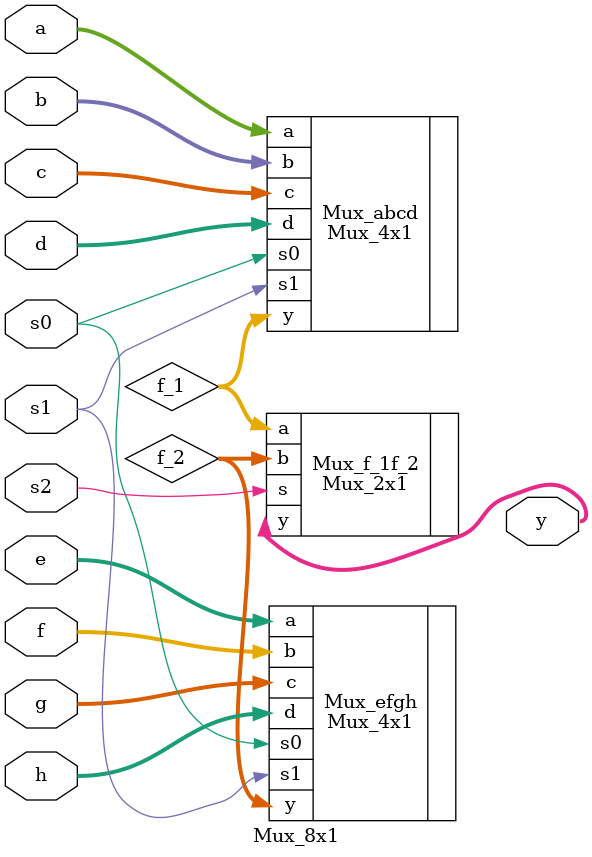
<source format=v>
module Mux_8x1 #(parameter N=32)(a,b,c,d,e,f,g,h,s0,s1,s2,y);
input [N-1:0]a,b,c,d,e,f,g,h;
input s0,s1,s2;
output [N-1:0]y;

wire [N-1:0]f_1,f_2;

Mux_4x1 #(.N(N)) Mux_abcd(.a(a),
			  .b(b),
			  .c(c),
  			  .d(d),
			  .s0(s0),
			  .s1(s1),
			  .y(f_1));

Mux_4x1 #(.N(N)) Mux_efgh(.a(e),
			  .b(f),
			  .c(g),
  			  .d(h),
			  .s0(s0),
			  .s1(s1),
			  .y(f_2));

Mux_2x1 #(.N(N)) Mux_f_1f_2(.a(f_1),
			.b(f_2),
			.y(y),
			.s(s2));

endmodule
</source>
